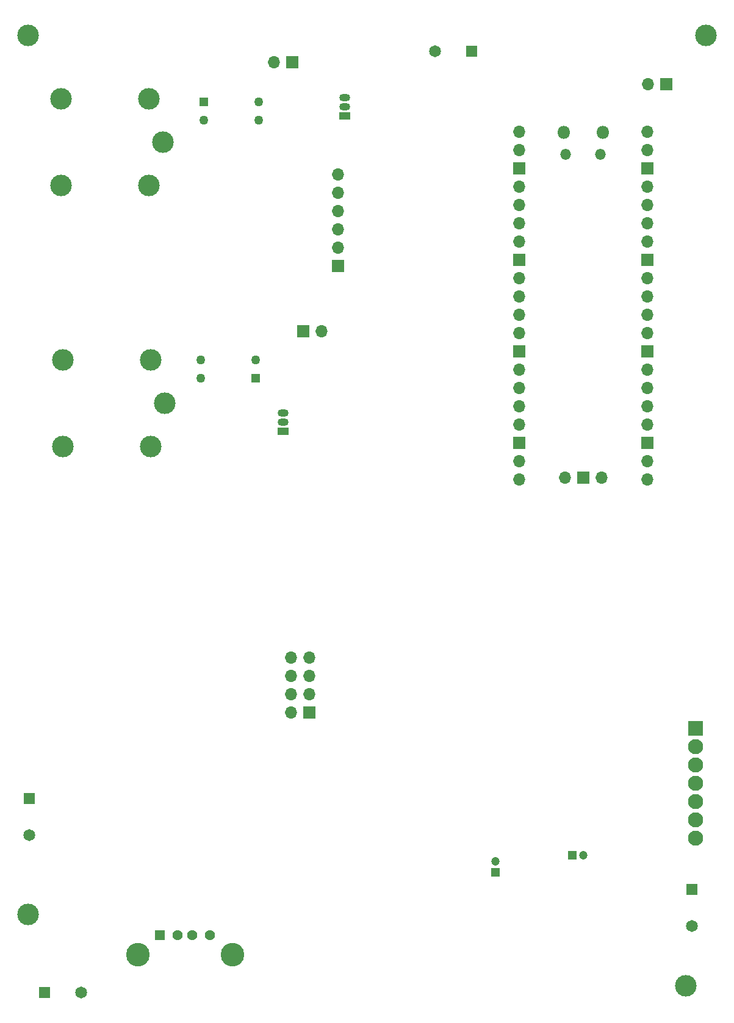
<source format=gbr>
%TF.GenerationSoftware,KiCad,Pcbnew,(5.1.10-1-10_14)*%
%TF.CreationDate,2021-10-16T18:52:24-04:00*%
%TF.ProjectId,CC_PCB_V1,43435f50-4342-45f5-9631-2e6b69636164,10/13/2021*%
%TF.SameCoordinates,Original*%
%TF.FileFunction,Soldermask,Bot*%
%TF.FilePolarity,Negative*%
%FSLAX46Y46*%
G04 Gerber Fmt 4.6, Leading zero omitted, Abs format (unit mm)*
G04 Created by KiCad (PCBNEW (5.1.10-1-10_14)) date 2021-10-16 18:52:24*
%MOMM*%
%LPD*%
G01*
G04 APERTURE LIST*
%ADD10C,3.276000*%
%ADD11C,1.428000*%
%ADD12R,1.428000X1.428000*%
%ADD13C,1.200000*%
%ADD14R,1.200000X1.200000*%
%ADD15C,3.000000*%
%ADD16R,1.500000X1.050000*%
%ADD17O,1.500000X1.050000*%
%ADD18C,1.260000*%
%ADD19R,1.260000X1.260000*%
%ADD20O,1.700000X1.700000*%
%ADD21R,1.700000X1.700000*%
%ADD22C,1.650000*%
%ADD23R,1.650000X1.650000*%
%ADD24O,1.500000X1.500000*%
%ADD25O,1.800000X1.800000*%
%ADD26C,2.100000*%
%ADD27R,2.100000X2.100000*%
G04 APERTURE END LIST*
D10*
%TO.C,J3*%
X88307200Y-149618700D03*
X75167200Y-149618700D03*
D11*
X85237200Y-146908700D03*
X82737200Y-146908700D03*
X80737200Y-146908700D03*
D12*
X78237200Y-146908700D03*
%TD*%
D13*
%TO.C,C2*%
X124828300Y-136663300D03*
D14*
X124828300Y-138163300D03*
%TD*%
D13*
%TO.C,C1*%
X137021700Y-135851900D03*
D14*
X135521700Y-135851900D03*
%TD*%
D15*
%TO.C,K2*%
X78970000Y-73056000D03*
X76970000Y-79056000D03*
X64770000Y-79056000D03*
X64770000Y-67056000D03*
X76970000Y-67056000D03*
%TD*%
%TO.C,K1*%
X78716000Y-36861000D03*
X76716000Y-42861000D03*
X64516000Y-42861000D03*
X64516000Y-30861000D03*
X76716000Y-30861000D03*
%TD*%
D16*
%TO.C,Q4*%
X95377000Y-76962000D03*
D17*
X95377000Y-74422000D03*
X95377000Y-75692000D03*
%TD*%
D16*
%TO.C,Q3*%
X103949500Y-33210500D03*
D17*
X103949500Y-30670500D03*
X103949500Y-31940500D03*
%TD*%
D18*
%TO.C,Q2*%
X83947000Y-69596000D03*
X83947000Y-67056000D03*
X91567000Y-67056000D03*
D19*
X91567000Y-69596000D03*
%TD*%
D18*
%TO.C,Q1*%
X91948000Y-31242000D03*
X91948000Y-33782000D03*
X84328000Y-33782000D03*
D19*
X84328000Y-31242000D03*
%TD*%
D20*
%TO.C,J9*%
X145948400Y-28816300D03*
D21*
X148488400Y-28816300D03*
%TD*%
D22*
%TO.C,J8*%
X67360800Y-154889200D03*
D23*
X62280800Y-154889200D03*
%TD*%
D22*
%TO.C,J7*%
X116471700Y-24244300D03*
D23*
X121551700Y-24244300D03*
%TD*%
D20*
%TO.C,J6*%
X100685600Y-63080900D03*
D21*
X98145600Y-63080900D03*
%TD*%
D20*
%TO.C,J4*%
X94107000Y-25781000D03*
D21*
X96647000Y-25781000D03*
%TD*%
D20*
%TO.C,J5*%
X103000000Y-41300000D03*
X103000000Y-43840000D03*
X103000000Y-46380000D03*
X103000000Y-48920000D03*
X103000000Y-51460000D03*
D21*
X103000000Y-54000000D03*
%TD*%
D20*
%TO.C,J2*%
X96460000Y-108380000D03*
X99000000Y-108380000D03*
X96460000Y-110920000D03*
X99000000Y-110920000D03*
X96460000Y-113460000D03*
X99000000Y-113460000D03*
X96460000Y-116000000D03*
D21*
X99000000Y-116000000D03*
%TD*%
D15*
%TO.C,H4*%
X151200000Y-153900000D03*
%TD*%
%TO.C,H3*%
X60000000Y-22000000D03*
%TD*%
%TO.C,H2*%
X60000000Y-144000000D03*
%TD*%
%TO.C,H1*%
X154000000Y-22000000D03*
%TD*%
D22*
%TO.C,Screw_Terminal2*%
X152100000Y-145640000D03*
D23*
X152100000Y-140560000D03*
%TD*%
D20*
%TO.C,U1*%
X139540000Y-83400000D03*
D21*
X137000000Y-83400000D03*
D20*
X134460000Y-83400000D03*
D24*
X139425000Y-38530000D03*
X134575000Y-38530000D03*
D25*
X139725000Y-35500000D03*
X134275000Y-35500000D03*
D20*
X145890000Y-35370000D03*
X145890000Y-37910000D03*
D21*
X145890000Y-40450000D03*
D20*
X145890000Y-42990000D03*
X145890000Y-45530000D03*
X145890000Y-48070000D03*
X145890000Y-50610000D03*
D21*
X145890000Y-53150000D03*
D20*
X145890000Y-55690000D03*
X145890000Y-58230000D03*
X145890000Y-60770000D03*
X145890000Y-63310000D03*
D21*
X145890000Y-65850000D03*
D20*
X145890000Y-68390000D03*
X145890000Y-70930000D03*
X145890000Y-73470000D03*
X145890000Y-76010000D03*
D21*
X145890000Y-78550000D03*
D20*
X145890000Y-81090000D03*
X145890000Y-83630000D03*
X128110000Y-83630000D03*
X128110000Y-81090000D03*
D21*
X128110000Y-78550000D03*
D20*
X128110000Y-76010000D03*
X128110000Y-73470000D03*
X128110000Y-70930000D03*
X128110000Y-68390000D03*
D21*
X128110000Y-65850000D03*
D20*
X128110000Y-63310000D03*
X128110000Y-60770000D03*
X128110000Y-58230000D03*
X128110000Y-55690000D03*
D21*
X128110000Y-53150000D03*
D20*
X128110000Y-50610000D03*
X128110000Y-48070000D03*
X128110000Y-45530000D03*
X128110000Y-42990000D03*
D21*
X128110000Y-40450000D03*
D20*
X128110000Y-37910000D03*
X128110000Y-35370000D03*
%TD*%
D26*
%TO.C,J1*%
X152600000Y-133440000D03*
X152600000Y-130900000D03*
X152600000Y-128360000D03*
X152600000Y-125820000D03*
X152600000Y-123280000D03*
X152600000Y-120740000D03*
D27*
X152600000Y-118200000D03*
%TD*%
D22*
%TO.C,Screw_Terminal1*%
X60096400Y-133019800D03*
D23*
X60096400Y-127939800D03*
%TD*%
M02*

</source>
